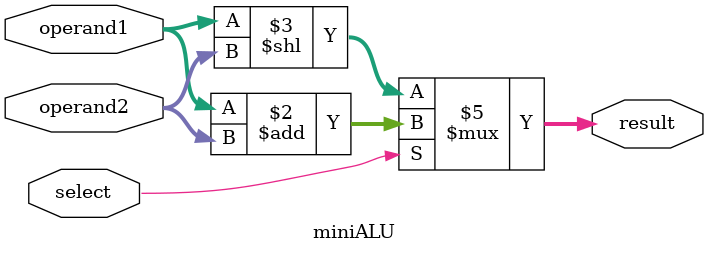
<source format=sv>
module miniALU(
	input  [3:0]  operand1,
	input  [3:0]  operand2,
	input         select,
	output [19:0] result
);

	// The following block will contain the logic of your combinational circuit
	always_comb begin
		if (select) begin
			result = operand1 + operand2;
		end else begin
			result = operand1 << operand2;
		end
	end
endmodule
</source>
